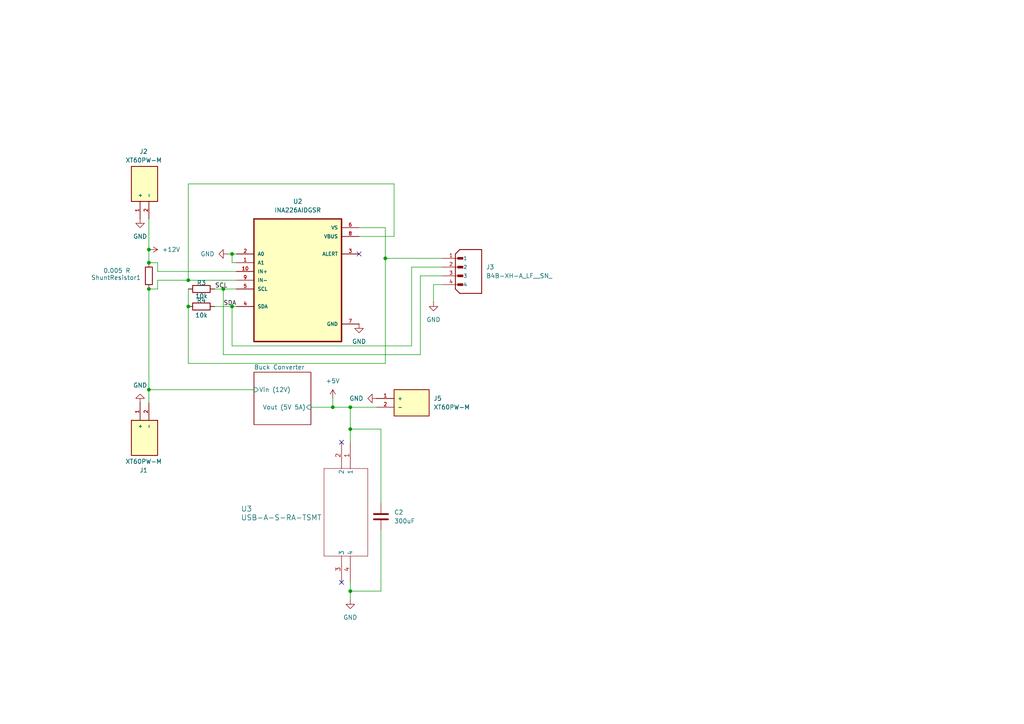
<source format=kicad_sch>
(kicad_sch (version 20231120) (generator "eeschema") (generator_version "8.0")
  (paper "A4")
  (lib_symbols
    (symbol "2025-02-23_03-18-15:USB-A-S-RA-TSMT" (pin_names (offset 0.254))
      (property "Reference" "U" (at 20.32 10.16 0))
      (property "Value" "USB-A-S-RA-TSMT" (at 20.32 7.62 0))
      (symbol "USB-A-S-RA-TSMT_0_1"
        (polyline (pts (xy 7.62 -7.62) (xy 33.02 -7.62)) (stroke (width 0.127)))
        (polyline (pts (xy 7.62 5.08) (xy 7.62 -7.62)) (stroke (width 0.127)))
        (polyline (pts (xy 33.02 -7.62) (xy 33.02 5.08)) (stroke (width 0.127)))
        (polyline (pts (xy 33.02 5.08) (xy 7.62 5.08)) (stroke (width 0.127)))
        (pin unspecified line (at 0 0 0) (length 7.62) (name "1") (number "1"))
        (pin unspecified line (at 0 -2.54 0) (length 7.62) (name "2") (number "2"))
        (pin unspecified line (at 40.64 -2.54 180) (length 7.62) (name "3") (number "3"))
        (pin unspecified line (at 40.64 0 180) (length 7.62) (name "4") (number "4"))
      )
    )
    (symbol "B4B-XH-A_LF__SN_:B4B-XH-A_LF__SN_" (pin_names (offset 1.016))
      (property "Reference" "J" (at -2.54 6.35 0))
      (property "Value" "B4B-XH-A_LF__SN_" (at -2.54 -10.16 0))
      (symbol "B4B-XH-A_LF__SN__0_0"
        (rectangle (start -3.175 -5.3975) (end -1.5875 -4.7625) (stroke (width 0.1)) (fill (type outline)))
        (rectangle (start -3.175 -2.8575) (end -1.5875 -2.2225) (stroke (width 0.1)) (fill (type outline)))
        (rectangle (start -3.175 -0.3175) (end -1.5875 0.3175) (stroke (width 0.1)) (fill (type outline)))
        (rectangle (start -3.175 2.2225) (end -1.5875 2.8575) (stroke (width 0.1)) (fill (type outline)))
        (polyline (pts (xy -3.81 -6.35) (xy -2.54 -7.62)) (stroke (width 0.254)))
        (polyline (pts (xy -3.81 3.81) (xy -3.81 -6.35)) (stroke (width 0.254)))
        (polyline (pts (xy -3.81 3.81) (xy -2.54 5.08)) (stroke (width 0.254)))
        (polyline (pts (xy -2.54 -7.62) (xy 3.81 -7.62)) (stroke (width 0.254)))
        (polyline (pts (xy 3.81 -7.62) (xy 3.81 5.08)) (stroke (width 0.254)))
        (polyline (pts (xy 3.81 5.08) (xy -2.54 5.08)) (stroke (width 0.254)))
        (pin passive line (at -7.62 2.54 0) (length 5.08) (name "1") (number "1"))
        (pin passive line (at -7.62 0 0) (length 5.08) (name "2") (number "2"))
        (pin passive line (at -7.62 -2.54 0) (length 5.08) (name "3") (number "3"))
        (pin passive line (at -7.62 -5.08 0) (length 5.08) (name "4") (number "4"))
      )
    )
    (symbol "Device:C" (pin_numbers hide) (pin_names (offset 0.254))
      (property "Reference" "C" (at 0.635 2.54 0))
      (property "Value" "C" (at 0.635 -2.54 0))
      (symbol "C_0_1"
        (polyline (pts (xy -2.032 -0.762) (xy 2.032 -0.762)) (stroke (width 0.508)))
        (polyline (pts (xy -2.032 0.762) (xy 2.032 0.762)) (stroke (width 0.508)))
      )
      (symbol "C_1_1"
        (pin passive line (at 0 3.81 270) (length 2.794) (name "~") (number "1"))
        (pin passive line (at 0 -3.81 90) (length 2.794) (name "~") (number "2"))
      )
    )
    (symbol "Device:R" (pin_numbers hide) (pin_names (offset 0))
      (property "Reference" "R" (at 2.032 0 90))
      (property "Value" "R" (at 0 0 90))
      (symbol "R_0_1"
        (rectangle (start -1.016 -2.54) (end 1.016 2.54) (stroke (width 0.254)))
      )
      (symbol "R_1_1"
        (pin passive line (at 0 3.81 270) (length 1.27) (name "~") (number "1"))
        (pin passive line (at 0 -3.81 90) (length 1.27) (name "~") (number "2"))
      )
    )
    (symbol "INA226AIDGSR:INA226AIDGSR" (pin_names (offset 1.016))
      (property "Reference" "U" (at -12.7 18.78 0))
      (property "Value" "INA226AIDGSR" (at -12.7 -21.78 0))
      (symbol "INA226AIDGSR_0_0"
        (rectangle (start -12.7 -17.78) (end 12.7 17.78) (stroke (width 0.41)) (fill (type background)))
        (pin input line (at -17.78 5.08 0) (length 5.08) (name "A1") (number "1"))
        (pin input line (at -17.78 2.54 0) (length 5.08) (name "IN+") (number "10"))
        (pin input line (at -17.78 7.62 0) (length 5.08) (name "A0") (number "2"))
        (pin output line (at 17.78 7.62 180) (length 5.08) (name "ALERT") (number "3"))
        (pin bidirectional line (at -17.78 -7.62 0) (length 5.08) (name "SDA") (number "4"))
        (pin input line (at -17.78 -2.54 0) (length 5.08) (name "SCL") (number "5"))
        (pin power_in line (at 17.78 15.24 180) (length 5.08) (name "VS") (number "6"))
        (pin power_in line (at 17.78 -12.7 180) (length 5.08) (name "GND") (number "7"))
        (pin power_in line (at 17.78 12.7 180) (length 5.08) (name "VBUS") (number "8"))
        (pin input line (at -17.78 0 0) (length 5.08) (name "IN-") (number "9"))
      )
    )
    (symbol "XT60PW-M:XT60PW-M" (pin_names (offset 1.016))
      (property "Reference" "J" (at -5.08 5.7234 0))
      (property "Value" "XT60PW-M" (at -5.08 -5.0923 0))
      (symbol "XT60PW-M_0_0"
        (rectangle (start -5.08 -2.54) (end 5.08 5.08) (stroke (width 0.254)) (fill (type background)))
        (pin passive line (at -10.16 2.54 0) (length 5.08) (name "+") (number "1"))
        (pin passive line (at -10.16 0 0) (length 5.08) (name "-") (number "2"))
      )
    )
    (symbol "power:+12V" (power) (pin_numbers hide) (pin_names (offset 0) hide)
      (property "Value" "+12V" (at 0 3.556 0))
      (symbol "+12V_0_1"
        (polyline (pts (xy -0.762 1.27) (xy 0 2.54)))
        (polyline (pts (xy 0 0) (xy 0 2.54)))
        (polyline (pts (xy 0 2.54) (xy 0.762 1.27)))
      )
      (symbol "+12V_1_1"
        (pin power_in line (at 0 0 90) (length 0) (name "~") (number "1"))
      )
    )
    (symbol "power:+5V" (power) (pin_numbers hide) (pin_names (offset 0) hide)
      (property "Value" "+5V" (at 0 3.556 0))
      (symbol "+5V_0_1"
        (polyline (pts (xy -0.762 1.27) (xy 0 2.54)))
        (polyline (pts (xy 0 0) (xy 0 2.54)))
        (polyline (pts (xy 0 2.54) (xy 0.762 1.27)))
      )
      (symbol "+5V_1_1"
        (pin power_in line (at 0 0 90) (length 0) (name "~") (number "1"))
      )
    )
    (symbol "power:GND" (power) (pin_numbers hide) (pin_names (offset 0) hide)
      (property "Value" "GND" (at 0 -3.81 0))
      (symbol "GND_0_1"
        (polyline (pts (xy 0 0) (xy 0 -1.27) (xy 1.27 -1.27) (xy 0 -2.54) (xy -1.27 -1.27) (xy 0 -1.27)))
      )
      (symbol "GND_1_1"
        (pin power_in line (at 0 0 270) (length 0) (name "~") (number "1"))
      )
    )
  )
  (junction (at 64.77 83.82))
  (junction (at 43.18 76.2))
  (junction (at 43.18 72.39))
  (junction (at 101.6 171.45))
  (junction (at 67.31 88.9))
  (junction (at 43.18 83.82))
  (junction (at 101.6 118.11))
  (junction (at 101.6 124.46))
  (junction (at 54.61 81.28))
  (junction (at 96.52 118.11))
  (junction (at 111.76 74.93))
  (junction (at 43.18 113.03))
  (junction (at 54.61 88.9))
  (junction (at 67.31 73.66))
  (no_connect (at 99.06 168.91))
  (no_connect (at 104.14 73.66))
  (no_connect (at 99.06 128.27))
  (wire (pts (xy 43.18 113.03) (xy 73.66 113.03)))
  (wire (pts (xy 43.18 113.03) (xy 43.18 116.84)))
  (wire (pts (xy 66.04 73.66) (xy 67.31 73.66)))
  (wire (pts (xy 110.49 171.45) (xy 110.49 153.67)))
  (wire (pts (xy 125.73 87.63) (xy 125.73 82.55)))
  (wire (pts (xy 54.61 83.82) (xy 54.61 88.9)))
  (wire (pts (xy 67.31 100.33) (xy 119.38 100.33)))
  (wire (pts (xy 64.77 83.82) (xy 68.58 83.82)))
  (wire (pts (xy 101.6 124.46) (xy 110.49 124.46)))
  (wire (pts (xy 54.61 88.9) (xy 54.61 105.41)))
  (wire (pts (xy 45.72 81.28) (xy 54.61 81.28)))
  (wire (pts (xy 90.17 118.11) (xy 96.52 118.11)))
  (wire (pts (xy 45.72 76.2) (xy 43.18 76.2)))
  (wire (pts (xy 111.76 74.93) (xy 111.76 66.04)))
  (wire (pts (xy 64.77 83.82) (xy 64.77 102.87)))
  (wire (pts (xy 104.14 68.58) (xy 114.3 68.58)))
  (wire (pts (xy 67.31 88.9) (xy 67.31 100.33)))
  (wire (pts (xy 96.52 115.57) (xy 96.52 118.11)))
  (wire (pts (xy 119.38 100.33) (xy 119.38 77.47)))
  (wire (pts (xy 101.6 171.45) (xy 101.6 173.99)))
  (wire (pts (xy 111.76 66.04) (xy 104.14 66.04)))
  (wire (pts (xy 67.31 88.9) (xy 68.58 88.9)))
  (wire (pts (xy 114.3 53.34) (xy 54.61 53.34)))
  (wire (pts (xy 45.72 78.74) (xy 68.58 78.74)))
  (wire (pts (xy 43.18 63.5) (xy 43.18 72.39)))
  (wire (pts (xy 101.6 124.46) (xy 101.6 128.27)))
  (wire (pts (xy 96.52 118.11) (xy 101.6 118.11)))
  (wire (pts (xy 43.18 83.82) (xy 45.72 83.82)))
  (wire (pts (xy 45.72 83.82) (xy 45.72 81.28)))
  (wire (pts (xy 67.31 73.66) (xy 67.31 76.2)))
  (wire (pts (xy 110.49 171.45) (xy 101.6 171.45)))
  (wire (pts (xy 101.6 168.91) (xy 101.6 171.45)))
  (wire (pts (xy 125.73 82.55) (xy 128.27 82.55)))
  (wire (pts (xy 43.18 83.82) (xy 43.18 113.03)))
  (wire (pts (xy 111.76 105.41) (xy 111.76 74.93)))
  (wire (pts (xy 121.92 80.01) (xy 128.27 80.01)))
  (wire (pts (xy 54.61 53.34) (xy 54.61 81.28)))
  (wire (pts (xy 43.18 72.39) (xy 43.18 76.2)))
  (wire (pts (xy 128.27 74.93) (xy 111.76 74.93)))
  (wire (pts (xy 114.3 68.58) (xy 114.3 53.34)))
  (wire (pts (xy 62.23 83.82) (xy 64.77 83.82)))
  (wire (pts (xy 67.31 73.66) (xy 68.58 73.66)))
  (wire (pts (xy 119.38 77.47) (xy 128.27 77.47)))
  (wire (pts (xy 101.6 118.11) (xy 101.6 124.46)))
  (wire (pts (xy 121.92 102.87) (xy 121.92 80.01)))
  (wire (pts (xy 54.61 105.41) (xy 111.76 105.41)))
  (wire (pts (xy 68.58 76.2) (xy 67.31 76.2)))
  (wire (pts (xy 62.23 88.9) (xy 67.31 88.9)))
  (wire (pts (xy 54.61 81.28) (xy 68.58 81.28)))
  (wire (pts (xy 64.77 102.87) (xy 121.92 102.87)))
  (wire (pts (xy 101.6 118.11) (xy 109.22 118.11)))
  (wire (pts (xy 45.72 78.74) (xy 45.72 76.2)))
  (wire (pts (xy 110.49 146.05) (xy 110.49 124.46)))
  (label "SCL" (at 66.04 83.82 180))
  (label "SDA" (at 68.58 88.9 180))
  (symbol (lib_id "power:GND") (at 109.22 115.57 270) (unit 1)
    (property "Reference" "#PWR014" (effects (hide yes)))
    (property "Value" "GND" (at 105.41 115.5699 90) (effects (justify right)))
    (property "Description" "Power symbol creates a global label with name \"GND\" , ground" (effects (hide yes)))
  )
  (symbol (lib_id "B4B-XH-A_LF__SN_:B4B-XH-A_LF__SN_") (at 135.89 77.47 0) (unit 1)
    (property "Reference" "J3" (at 140.97 77.4699 0) (effects (justify left)))
    (property "Value" "B4B-XH-A_LF__SN_" (at 140.97 80.0099 0) (effects (justify left)))
    (property "Footprint" "B4B-XH-A_LF__SN_:JST_B4B-XH-A_LF__SN_" (effects (hide yes)))
    (property "MF" "JST Sales" (effects (hide yes)))
    (property "MAXIMUM_PACKAGE_HEIGHT" "7.00 mm" (effects (hide yes)))
    (property "Package" "None" (effects (hide yes)))
    (property "Price" "None" (effects (hide yes)))
    (property "Check_prices" "https://www.snapeda.com/parts/B4B-XH-A%20(LF)(SN)/JST/view-part/?ref=eda" (effects (hide yes)))
    (property "STANDARD" "Manufacturer Recommendations" (effects (hide yes)))
    (property "PARTREV" "7/4/21" (effects (hide yes)))
    (property "SnapEDA_Link" "https://www.snapeda.com/parts/B4B-XH-A%20(LF)(SN)/JST/view-part/?ref=snap" (effects (hide yes)))
    (property "MP" "B4B-XH-A (LF)(SN)" (effects (hide yes)))
    (property "Description_1" "\n                        \n                            Connector Header Through Hole 4 position 0.098 (2.50mm)\n                        \n" (effects (hide yes)))
    (property "Availability" "In Stock" (effects (hide yes)))
    (property "MANUFACTURER" "JST" (effects (hide yes)))
  )
  (symbol (lib_id "power:+12V") (at 43.18 72.39 270) (mirror x) (unit 1)
    (property "Reference" "#PWR09" (effects (hide yes)))
    (property "Value" "+12V" (at 46.99 72.3899 90) (effects (justify left)))
    (property "Description" "Power symbol creates a global label with name \"+12V\"" (effects (hide yes)))
  )
  (symbol (lib_id "power:GND") (at 40.64 63.5 0) (unit 1)
    (property "Reference" "#PWR04" (effects (hide yes)))
    (property "Value" "GND" (at 40.64 68.58 0))
    (property "Description" "Power symbol creates a global label with name \"GND\" , ground" (effects (hide yes)))
  )
  (symbol (lib_id "Device:C") (at 110.49 149.86 0) (unit 1)
    (property "Reference" "C2" (at 114.3 148.5899 0) (effects (justify left)))
    (property "Value" "300uF" (at 114.3 151.1299 0) (effects (justify left)))
    (property "Footprint" "Capacitor_SMD:C_0805_2012Metric_Pad1.18x1.45mm_HandSolder" (effects (hide yes)))
    (property "Description" "Unpolarized capacitor" (effects (hide yes)))
  )
  (symbol (lib_id "INA226AIDGSR:INA226AIDGSR") (at 86.36 81.28 0) (unit 1)
    (property "Reference" "U2" (at 86.36 58.42 0))
    (property "Value" "INA226AIDGSR" (at 86.36 60.96 0))
    (property "Footprint" "Libraries:INA226AIDGSR" (effects (hide yes)))
  )
  (symbol (lib_id "XT60PW-M:XT60PW-M") (at 43.18 127 90) (mirror x) (unit 1)
    (property "Reference" "J1" (at 41.656 136.398 90))
    (property "Value" "XT60PW-M" (at 41.656 133.858 90))
    (property "Footprint" "Connector_AMASS:AMASS_XT60IPW-M_1x03_P7.20mm_Horizontal" (effects (hide yes)))
    (property "MF" "AMASS" (effects (hide yes)))
    (property "MAXIMUM_PACKAGE_HEIGHT" "8.4 mm" (effects (hide yes)))
    (property "Package" "Package" (effects (hide yes)))
    (property "Price" "None" (effects (hide yes)))
    (property "Check_prices" "https://www.snapeda.com/parts/XT60PW-M/AMASS/view-part/?ref=eda" (effects (hide yes)))
    (property "STANDARD" "Manufacturer recommendations" (effects (hide yes)))
    (property "PARTREV" "V1.2" (effects (hide yes)))
    (property "SnapEDA_Link" "https://www.snapeda.com/parts/XT60PW-M/AMASS/view-part/?ref=snap" (effects (hide yes)))
    (property "MP" "XT60PW-M" (effects (hide yes)))
    (property "Description_1" "\n                        \n                            Socket, DC supply, male, PIN: 2\n                        \n" (effects (hide yes)))
    (property "Availability" "In Stock" (effects (hide yes)))
    (property "MANUFACTURER" "AMASS" (effects (hide yes)))
  )
  (symbol (lib_id "Device:R") (at 58.42 88.9 90) (unit 1)
    (property "Reference" "R4" (at 58.42 87.122 90))
    (property "Value" "10k" (at 58.42 91.44 90))
    (property "Footprint" "Resistor_SMD:R_0805_2012Metric_Pad1.20x1.40mm_HandSolder" (effects (hide yes)))
    (property "Description" "Resistor" (effects (hide yes)))
  )
  (symbol (lib_id "XT60PW-M:XT60PW-M") (at 119.38 118.11 0) (unit 1)
    (property "Reference" "J5" (at 125.73 115.5699 0) (effects (justify left)))
    (property "Value" "XT60PW-M" (at 125.73 118.1099 0) (effects (justify left)))
    (property "Footprint" "Connector_AMASS:AMASS_XT60IPW-M_1x03_P7.20mm_Horizontal" (effects (hide yes)))
    (property "MF" "AMASS" (effects (hide yes)))
    (property "MAXIMUM_PACKAGE_HEIGHT" "8.4 mm" (effects (hide yes)))
    (property "Package" "Package" (effects (hide yes)))
    (property "Price" "None" (effects (hide yes)))
    (property "Check_prices" "https://www.snapeda.com/parts/XT60PW-M/AMASS/view-part/?ref=eda" (effects (hide yes)))
    (property "STANDARD" "Manufacturer recommendations" (effects (hide yes)))
    (property "PARTREV" "V1.2" (effects (hide yes)))
    (property "SnapEDA_Link" "https://www.snapeda.com/parts/XT60PW-M/AMASS/view-part/?ref=snap" (effects (hide yes)))
    (property "MP" "XT60PW-M" (effects (hide yes)))
    (property "Description_1" "\n                        \n                            Socket, DC supply, male, PIN: 2\n                        \n" (effects (hide yes)))
    (property "Availability" "In Stock" (effects (hide yes)))
    (property "MANUFACTURER" "AMASS" (effects (hide yes)))
  )
  (symbol (lib_id "power:GND") (at 104.14 93.98 0) (unit 1)
    (property "Reference" "#PWR03" (effects (hide yes)))
    (property "Value" "GND" (at 104.14 99.06 0))
    (property "Description" "Power symbol creates a global label with name \"GND\" , ground" (effects (hide yes)))
  )
  (symbol (lib_id "power:GND") (at 40.64 116.84 180) (unit 1)
    (property "Reference" "#PWR02" (effects (hide yes)))
    (property "Value" "GND" (at 40.64 111.76 0))
    (property "Description" "Power symbol creates a global label with name \"GND\" , ground" (effects (hide yes)))
  )
  (symbol (lib_id "XT60PW-M:XT60PW-M") (at 43.18 53.34 90) (unit 1)
    (property "Reference" "J2" (at 41.656 43.942 90))
    (property "Value" "XT60PW-M" (at 41.656 46.482 90))
    (property "Footprint" "Connector_AMASS:AMASS_XT60IPW-M_1x03_P7.20mm_Horizontal" (effects (hide yes)))
    (property "MF" "AMASS" (effects (hide yes)))
    (property "MAXIMUM_PACKAGE_HEIGHT" "8.4 mm" (effects (hide yes)))
    (property "Package" "Package" (effects (hide yes)))
    (property "Price" "None" (effects (hide yes)))
    (property "Check_prices" "https://www.snapeda.com/parts/XT60PW-M/AMASS/view-part/?ref=eda" (effects (hide yes)))
    (property "STANDARD" "Manufacturer recommendations" (effects (hide yes)))
    (property "PARTREV" "V1.2" (effects (hide yes)))
    (property "SnapEDA_Link" "https://www.snapeda.com/parts/XT60PW-M/AMASS/view-part/?ref=snap" (effects (hide yes)))
    (property "MP" "XT60PW-M" (effects (hide yes)))
    (property "Description_1" "\n                        \n                            Socket, DC supply, male, PIN: 2\n                        \n" (effects (hide yes)))
    (property "Availability" "In Stock" (effects (hide yes)))
    (property "MANUFACTURER" "AMASS" (effects (hide yes)))
  )
  (symbol (lib_id "power:GND") (at 101.6 173.99 0) (unit 1)
    (property "Reference" "#PWR08" (effects (hide yes)))
    (property "Value" "GND" (at 101.6 179.07 0))
    (property "Description" "Power symbol creates a global label with name \"GND\" , ground" (effects (hide yes)))
  )
  (symbol (lib_id "2025-02-23_03-18-15:USB-A-S-RA-TSMT") (at 101.6 128.27 270) (unit 1)
    (property "Reference" "U3" (at 69.85 147.574 90) (effects (font (size 1.524 1.524)) (justify left)))
    (property "Value" "USB-A-S-RA-TSMT" (at 69.85 150.114 90) (effects (font (size 1.524 1.524)) (justify left)))
    (property "Footprint" "USB-A-S-RA-TSMT_ADM" (effects (hide yes)))
    (property "Datasheet" "USB-A-S-RA-TSMT" (effects (hide yes)))
  )
  (symbol (lib_id "power:GND") (at 66.04 73.66 270) (unit 1)
    (property "Reference" "#PWR07" (effects (hide yes)))
    (property "Value" "GND" (at 62.23 73.6599 90) (effects (justify right)))
    (property "Description" "Power symbol creates a global label with name \"GND\" , ground" (effects (hide yes)))
  )
  (symbol (lib_id "Device:R") (at 58.42 83.82 90) (unit 1)
    (property "Reference" "R3" (at 58.42 82.042 90))
    (property "Value" "10k" (at 58.42 85.852 90))
    (property "Footprint" "Resistor_SMD:R_0805_2012Metric_Pad1.20x1.40mm_HandSolder" (effects (hide yes)))
    (property "Description" "Resistor" (effects (hide yes)))
  )
  (symbol (lib_id "Device:R") (at 43.18 80.01 180) (unit 1)
    (property "Reference" "ShuntResistor1" (at 40.894 80.518 0) (effects (justify left)))
    (property "Value" "0.005 R" (at 37.846 78.486 0) (effects (justify left)))
    (property "Footprint" "Resistor_SMD:R_2010_5025Metric_Pad1.40x2.65mm_HandSolder" (effects (hide yes)))
    (property "Description" "Resistor" (effects (hide yes)))
  )
  (symbol (lib_id "power:GND") (at 125.73 87.63 0) (unit 1)
    (property "Reference" "#PWR010" (effects (hide yes)))
    (property "Value" "GND" (at 125.73 92.71 0))
    (property "Description" "Power symbol creates a global label with name \"GND\" , ground" (effects (hide yes)))
  )
  (symbol (lib_id "power:+5V") (at 96.52 115.57 0) (unit 1)
    (property "Reference" "#PWR05" (effects (hide yes)))
    (property "Value" "+5V" (at 96.52 110.49 0))
    (property "Description" "Power symbol creates a global label with name \"+5V\"" (effects (hide yes)))
  )
  (sheet (at 73.66 107.95) (size 16.51 15.24) (stroke (width 0.1524))
    (property "Sheetname" "Buck Converter" (at 73.66 107.2384 0) (effects (justify left bottom)))
    (property "Sheetfile" "buckconverter.kicad_sch" (effects (hide yes)))
    (pin "Vout (5V 5A)" input (at 90.17 118.11 0))
    (pin "Vin (12V)" input (at 73.66 113.03 180))
  )
)
</source>
